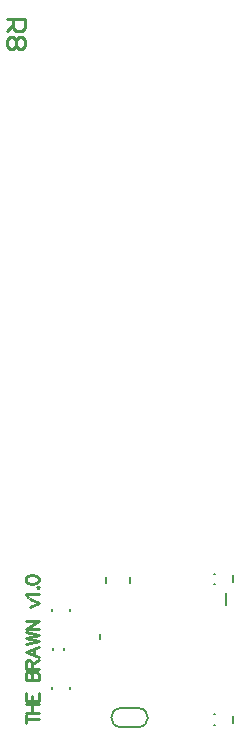
<source format=gto>
G04*
G04 #@! TF.GenerationSoftware,Altium Limited,Altium Designer,21.8.1 (53)*
G04*
G04 Layer_Color=65535*
%FSLAX25Y25*%
%MOIN*%
G70*
G04*
G04 #@! TF.SameCoordinates,FA860FD0-AEA4-4FFE-92F8-4FAB6C871CC1*
G04*
G04*
G04 #@! TF.FilePolarity,Positive*
G04*
G01*
G75*
%ADD10C,0.00787*%
%ADD11C,0.00984*%
%ADD12C,0.01000*%
D10*
X41339Y-25984D02*
G03*
X41339Y-19685I0J3150D01*
G01*
X35433D02*
G03*
X35433Y-25984I0J-3150D01*
G01*
Y-19685D02*
X41339D01*
X35433Y-25984D02*
X41339D01*
X30453Y22146D02*
Y24114D01*
X38524Y22146D02*
Y24114D01*
X70472Y14764D02*
Y18701D01*
X16437Y-295D02*
Y295D01*
X12894Y-295D02*
Y295D01*
X72933Y-24606D02*
Y-22244D01*
X66634Y-25197D02*
X67027D01*
X66634Y-21654D02*
X67028Y-21654D01*
X28642Y3347D02*
Y4921D01*
X12697Y12598D02*
Y13386D01*
X18406Y12598D02*
Y13386D01*
Y-13386D02*
X18406Y-12598D01*
X12697D02*
X12697Y-13386D01*
X66634Y25197D02*
X67027D01*
X66634Y21654D02*
X67027D01*
X72933Y22244D02*
Y24606D01*
D11*
X3740Y-23247D02*
X8070D01*
X3740Y-24690D02*
Y-21804D01*
Y-21288D02*
X8070D01*
X3740Y-18402D02*
X8070D01*
X5802Y-21288D02*
Y-18402D01*
X3740Y-14525D02*
Y-17206D01*
X8070D01*
Y-14525D01*
X5802Y-17206D02*
Y-15556D01*
X3740Y-10402D02*
X8070D01*
X3740D02*
Y-8546D01*
X3946Y-7928D01*
X4152Y-7722D01*
X4565Y-7515D01*
X4977D01*
X5390Y-7722D01*
X5596Y-7928D01*
X5802Y-8546D01*
Y-10402D02*
Y-8546D01*
X6008Y-7928D01*
X6214Y-7722D01*
X6627Y-7515D01*
X7245D01*
X7658Y-7722D01*
X7864Y-7928D01*
X8070Y-8546D01*
Y-10402D01*
X3740Y-6546D02*
X8070D01*
X3740D02*
Y-4691D01*
X3946Y-4072D01*
X4152Y-3866D01*
X4565Y-3660D01*
X4977D01*
X5390Y-3866D01*
X5596Y-4072D01*
X5802Y-4691D01*
Y-6546D01*
Y-5103D02*
X8070Y-3660D01*
Y608D02*
X3740Y-1041D01*
X8070Y-2691D01*
X6627Y-2072D02*
Y-10D01*
X3740Y1619D02*
X8070Y2649D01*
X3740Y3680D02*
X8070Y2649D01*
X3740Y3680D02*
X8070Y4711D01*
X3740Y5742D02*
X8070Y4711D01*
X3740Y6608D02*
X8070D01*
X3740D02*
X8070Y9495D01*
X3740D02*
X8070D01*
X5183Y14092D02*
X8070Y15329D01*
X5183Y16567D02*
X8070Y15329D01*
X4565Y17268D02*
X4359Y17680D01*
X3740Y18298D01*
X8070D01*
X7658Y20649D02*
X7864Y20443D01*
X8070Y20649D01*
X7864Y20855D01*
X7658Y20649D01*
X3740Y23041D02*
X3946Y22422D01*
X4565Y22010D01*
X5596Y21803D01*
X6214D01*
X7245Y22010D01*
X7864Y22422D01*
X8070Y23041D01*
Y23453D01*
X7864Y24071D01*
X7245Y24484D01*
X6214Y24690D01*
X5596D01*
X4565Y24484D01*
X3946Y24071D01*
X3740Y23453D01*
Y23041D01*
D12*
X-2387Y209898D02*
X3611D01*
Y206899D01*
X2611Y205899D01*
X612D01*
X-388Y206899D01*
Y209898D01*
Y207898D02*
X-2387Y205899D01*
X2611Y203900D02*
X3611Y202900D01*
Y200901D01*
X2611Y199901D01*
X1612D01*
X612Y200901D01*
X-388Y199901D01*
X-1387D01*
X-2387Y200901D01*
Y202900D01*
X-1387Y203900D01*
X-388D01*
X612Y202900D01*
X1612Y203900D01*
X2611D01*
X612Y202900D02*
Y200901D01*
M02*

</source>
